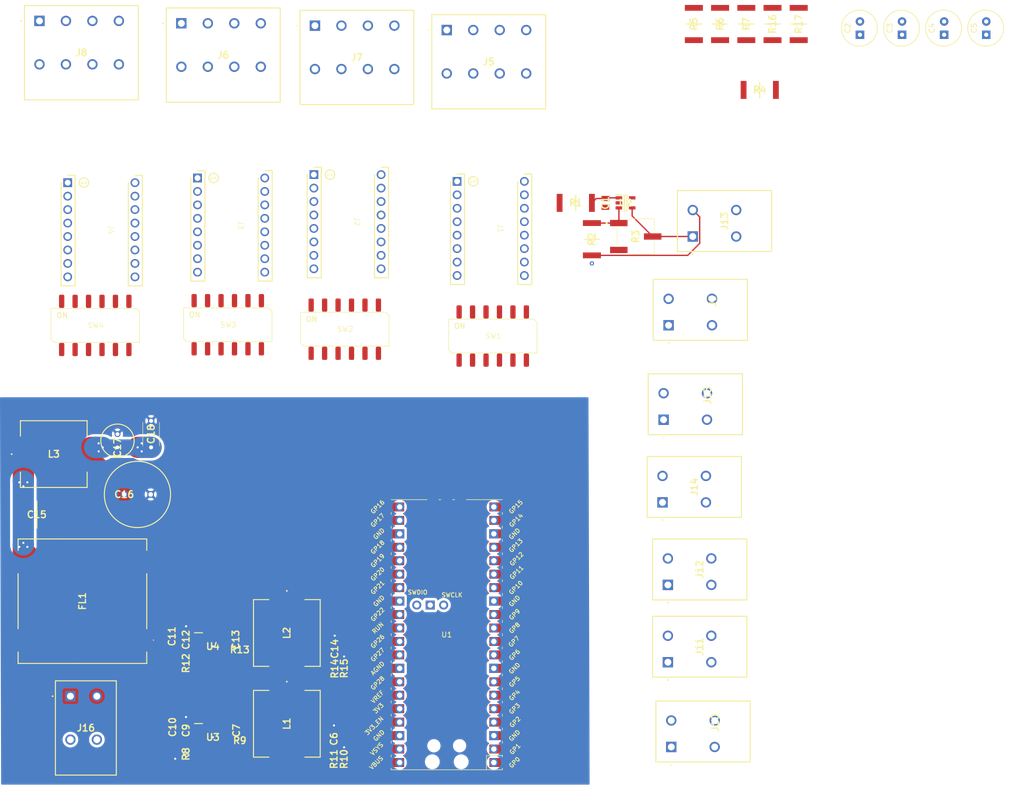
<source format=kicad_pcb>
(kicad_pcb (version 20221018) (generator pcbnew)
  (layers (0 "F.Cu" signal) (31 "B.Cu" power) (34 "B.Paste" user) (35 "F.Paste" user) (36 "B.SilkS" user "B.Silkscreen") (37 "F.SilkS" user "F.Silkscreen") (38 "B.Mask" user) (39 "F.Mask" user) (44 "Edge.Cuts" user))
  (net 0 "")
  (net 1 "Net-(U2-IN+)")
  (net 2 "GND")
  (net 3 "+48V")
  (net 4 "/X_LIM")
  (net 5 "/Y0_LIM")
  (net 6 "/Z_LIM")
  (net 7 "/Y1_LIM")
  (net 8 "Net-(J13-Pin_1)")
  (net 9 "/CYCLE_START")
  (net 10 "/FEED_HOLD")
  (net 11 "/SPINDLE_PWM")
  (net 12 "+3.3V")
  (net 13 "+12V")
  (net 14 "Net-(U3-GND)")
  (net 15 "Net-(U3-FB)")
  (net 16 "Net-(U3-PG)")
  (net 17 "Net-(U3-BOOT)")
  (net 18 "Net-(U3-SW)")
  (net 19 "Net-(U4-GND)")
  (net 20 "Net-(U4-FB)")
  (net 21 "Net-(U4-PG)")
  (net 22 "Net-(U4-BOOT)")
  (net 23 "Net-(U4-SW)")
  (net 24 "/STEP_ENBL")
  (net 25 "Net-(J1-Pin_2)")
  (net 26 "Net-(J1-Pin_3)")
  (net 27 "Net-(J1-Pin_4)")
  (net 28 "Net-(J1-Pin_5)")
  (net 29 "Net-(J1-Pin_6)")
  (net 30 "/X_STEP")
  (net 31 "/X_DIR")
  (net 32 "Net-(J1-Pin_10)")
  (net 33 "Net-(J2-Pin_2)")
  (net 34 "Net-(J2-Pin_3)")
  (net 35 "Net-(J2-Pin_4)")
  (net 36 "Net-(J2-Pin_5)")
  (net 37 "Net-(J2-Pin_6)")
  (net 38 "/Y0_STEP")
  (net 39 "/Y0_DIR")
  (net 40 "Net-(J2-Pin_10)")
  (net 41 "Net-(J3-Pin_2)")
  (net 42 "Net-(J3-Pin_3)")
  (net 43 "Net-(J3-Pin_4)")
  (net 44 "Net-(J3-Pin_5)")
  (net 45 "Net-(J3-Pin_6)")
  (net 46 "/Z_STEP")
  (net 47 "/Z_DIR")
  (net 48 "Net-(J3-Pin_10)")
  (net 49 "Net-(J4-Pin_2)")
  (net 50 "Net-(J4-Pin_3)")
  (net 51 "Net-(J4-Pin_4)")
  (net 52 "Net-(J4-Pin_5)")
  (net 53 "Net-(J4-Pin_6)")
  (net 54 "/Y1_STEP")
  (net 55 "/Y1_DIR")
  (net 56 "Net-(J4-Pin_10)")
  (net 57 "/COOL")
  (net 58 "/UART_RX")
  (net 62 "/SD_SCK")
  (net 63 "/SD_MOSI")
  (net 64 "/SD_MISO")
  (net 65 "/SD_CS")
  (net 69 "/RESET")
  (net 71 "/SPINDLE_ENBL")
  (net 72 "/SPINDLE_DIR")
  (net 74 "/PROBE")
  (net 79 "/Power Delivery/VIN")
  (net 83 "Net-(U2-OUT)")
  (net 84 "+5V")
  (net 85 "/Stepper Motor Drivers/X_B+")
  (net 86 "/Stepper Motor Drivers/X_B-")
  (net 87 "/Stepper Motor Drivers/X_A-")
  (net 88 "/Stepper Motor Drivers/X_A+")
  (net 89 "/Stepper Motor Drivers/Y0_B+")
  (net 90 "/Stepper Motor Drivers/Y0_B-")
  (net 91 "/Stepper Motor Drivers/Y0_A-")
  (net 92 "/Stepper Motor Drivers/Y0_A+")
  (net 93 "/Stepper Motor Drivers/Z_A+")
  (net 94 "/Stepper Motor Drivers/Z_A-")
  (net 95 "/Stepper Motor Drivers/Z_B-")
  (net 96 "/Stepper Motor Drivers/Z_B+")
  (net 97 "/Stepper Motor Drivers/Y1_B+")
  (net 98 "/Stepper Motor Drivers/Y1_B-")
  (net 99 "/Stepper Motor Drivers/Y1_A-")
  (net 100 "/Stepper Motor Drivers/Y1_A+")
  (net 101 "Net-(C15-Pad1)")
  (footprint "SamacSys_Parts:RESC6432X65N" (layer "F.Cu") (at 138.307 67.185 90)
    (fp_text reference "R6")
    (fp_text value "4.7k" hide)
  )
  (footprint "simiacorelibrary:MAL203859101E3" (layer "F.Cu") (at 188.567 67.965 90)
    (fp_text reference "C5")
    (fp_text value "100uF")
  )
  (footprint "SamacSys_Parts:1190297" (layer "F.Cu") (at 127.436 157.527 90)
    (fp_text reference "J14")
    (fp_text value "CYCLE_START_PORT" hide)
  )
  (footprint "SamacSys_Parts:CAPC1005X55N" (layer "F.Cu") (at 46.9725 200.599 90)
    (fp_text reference "C7")
    (fp_text value "100nF" hide)
  )
  (footprint "simiacorelibrary:MAL203859101E3" (layer "F.Cu") (at 180.617 67.965 90)
    (fp_text reference "C4")
    (fp_text value "100uF")
  )
  (footprint "SamacSys_Parts:RESC2012X60N" (layer "F.Cu") (at 65.532 188.915 -90)
    (fp_text reference "R14")
    (fp_text value "110k" hide)
  )
  (footprint "SamacSys_Parts:RESC6432X65N" (layer "F.Cu") (at 143.257 67.185 90)
    (fp_text reference "R7")
    (fp_text value "4.7k" hide)
  )
  (footprint "SamacSys_Parts:CAPC2012X145N" (layer "F.Cu") (at 116.641 100.965 -90)
    (fp_text reference "C1")
    (fp_text value "10uF" hide)
  )
  (footprint "SamacSys_Parts:1190297" (layer "F.Cu") (at 127.635 141.906 90)
    (fp_text reference "J15")
    (fp_text value "FEED_HOLD_PORT" hide)
  )
  (footprint "simiacorelibrary:CFS-0600TB" (layer "F.Cu") (at 45.339 123.974)
    (fp_text reference "SW3")
    (fp_text value "LOGIC_TOGGLE")
  )
  (footprint "SamacSys_Parts:SOT95P275X110-5N" (layer "F.Cu") (at 120.451 100.965)
    (fp_text reference "U2")
    (fp_text value "NCS20231SN2T1G" hide)
  )
  (footprint "SamacSys_Parts:CAPC2012X145N" (layer "F.Cu") (at 37.4475 200.599 90)
    (fp_text reference "C9")
    (fp_text value "100nF" hide)
  )
  (footprint "SamacSys_Parts:1190297" (layer "F.Cu") (at 15.621 194.122)
    (fp_text reference "J16")
    (fp_text value "48VIN" hide)
  )
  (footprint "simiacorelibrary:16pinStepperDriverHeader" (layer "F.Cu") (at 45.974 105.156 -90)
    (fp_text reference "J3")
    (fp_text value "Z_STEP_DRIVER")
  )
  (footprint "SamacSys_Parts:RDE5C1H103J1K1H03B" (layer "F.Cu") (at 30.861 147.132 90)
    (fp_text reference "C18")
    (fp_text value "330nF" hide)
  )
  (footprint "simiacorelibrary:MAL203859101E3" (layer "F.Cu") (at 164.717 67.965 90)
    (fp_text reference "C2")
    (fp_text value "100uF")
  )
  (footprint "SamacSys_Parts:3361P1502GLF" (layer "F.Cu") (at 122.381 107.315 -90)
    (fp_text reference "R3")
    (fp_text value "5k_TRIM" hide)
  )
  (footprint "SamacSys_Parts:RESC2012X60N" (layer "F.Cu") (at 37.4475 187.899 -90)
    (fp_text reference "R12")
    (fp_text value "64.9k" hide)
  )
  (footprint "SamacSys_Parts:PA5141305NLT" (layer "F.Cu") (at 17.891 176.182 90)
    (fp_text reference "FL1")
    (fp_text value "240uH" hide)
  )
  (footprint "simiacorelibrary:CFS-0600TB" (layer "F.Cu") (at 95.377 126.111)
    (fp_text reference "SW1")
    (fp_text value "LOGIC_TOGGLE")
  )
  (footprint "SamacSys_Parts:SRP1265WA4R7M" (layer "F.Cu") (at 56.4975 199.329 -90)
    (fp_text reference "L1")
    (fp_text value "33uH" hide)
  )
  (footprint "SamacSys_Parts:CAPPRD250W50D630H1250" (layer "F.Cu") (at 24.511 147.132 90)
    (fp_text reference "C17")
    (fp_text value "10uF" hide)
  )
  (footprint "SamacSys_Parts:CAPC2012X145N" (layer "F.Cu") (at 65.3875 202.184 90)
    (fp_text reference "C6")
    (fp_text value "47uF" hide)
  )
  (footprint "SamacSys_Parts:SOIC127P600X170-9N" (layer "F.Cu") (at 42.5275 201.869)
    (fp_text reference "U3")
    (fp_text value "LMR38010SDDAR" hide)
  )
  (footprint "SamacSys_Parts:CAPC3216X180N" (layer "F.Cu") (at 34.9075 199.954 90)
    (fp_text reference "C10")
    (fp_text value "3.3uF" hide)
  )
  (footprint "SamacSys_Parts:1190297" (layer "F.Cu") (at 133.151 107.315 90)
    (fp_text reference "J13")
    (fp_text value "SPINDLE_SPEED" hide)
  )
  (footprint "SamacSys_Parts:CAPC2012X145N" (layer "F.Cu") (at 37.4475 183.454 90)
    (fp_text reference "C12")
    (fp_text value "100nF" hide)
  )
  (footprint "SamacSys_Parts:1190297" (layer "F.Cu") (at 129.087 203.708 90)
    (fp_text reference "J10")
    (fp_text value "Y0_LIM_PORT" hide)
  )
  (footprint "simiacorelibrary:MAL203859101E3" (layer "F.Cu") (at 172.667 67.965 90)
    (fp_text reference "C3")
    (fp_text value "100uF")
  )
  (footprint "SamacSys_Parts:RESC6432X65N" (layer "F.Cu") (at 114.101 107.825 -90)
    (fp_text reference "R2")
    (fp_text value "1.5k" hide)
  )
  (footprint "simiacorelibrary:16pinStepperDriverHeader" (layer "F.Cu") (at 94.996 105.791 -90)
    (fp_text reference "J1")
    (fp_text value "X_STEP_DRIVER")
  )
  (footprint "SamacSys_Parts:CAPC1005X55N" (layer "F.Cu") (at 46.8455 183.454 90)
    (fp_text reference "C13")
    (fp_text value "100nF" hide)
  )
  (footprint "SamacSys_Parts:1190299" (layer "F.Cu") (at 61.802 67.492)
    (fp_text reference "J7")
    (fp_text value "Z_STEP" hide)
  )
  (footprint "SamacSys_Parts:CAPC2012X145N" (layer "F.Cu") (at 65.532 185.164 90)
    (fp_text reference "C14")
    (fp_text value "22uF" hide)
  )
  (footprint "SamacSys_Parts:SRP1265WA4R7M" (layer "F.Cu") (at 12.481 148.402)
    (fp_text reference "L3")
    (fp_text value "4.7uH" hide)
  )
  (footprint "SamacSys_Parts:RESC6432X65N" (layer "F.Cu") (at 111.051 100.965)
    (fp_text reference "R1")
    (fp_text value "1.5k" hide)
  )
  (footprint "SamacSys_Parts:CAPC6153X670N" (layer "F.Cu") (at 9.271 159.832)
    (fp_text reference "C15")
    (fp_text value "22uF" hide)
  )
  (footprint "SamacSys_Parts:RESC2012X60N" (layer "F.Cu") (at 37.4475 205.044 -90)
    (fp_text reference "R8")
    (fp_text value "64.9k" hide)
  )
  (footprint "SamacSys_Parts:1190299" (layer "F.Cu") (at 36.576 67.056)
    (fp_text reference "J6")
    (fp_text value "Y0_STEP" hide)
  )
  (footprint "SamacSys_Parts:RESC2012X60N" (layer "F.Cu") (at 65.3875 205.994 -90)
    (fp_text reference "R11")
    (fp_text value "40.2k" hide)
  )
  (footprint "SamacSys_Parts:1190297" (layer "F.Cu") (at 128.579 124.079 90)
    (fp_text reference "J9")
    (fp_text value "X_LIM_PORT" hide)
  )
  (footprint "SamacSys_Parts:RESC6432X65N" (layer "F.Cu") (at 145.794 79.629)
    (fp_text reference "R4")
    (fp_text value "4.7k" hide)
  )
  (footprint "RPi_Pico:RPi_PicoW_SMD_TH" (layer "F.Cu") (at 86.6901 182.511 180)
    (fp_text reference "U1")
    (fp_text value "PicoW")
  )
  (footprint "SamacSys_Parts:1190297" (layer "F.Cu") (at 128.452 187.706 90)
    (fp_text reference "J11")
    (fp_text value "Z_LIM_PORT" hide)
  )
  (footprint "simiacorelibrary:16pinStepperDriverHeader" (layer "F.Cu") (at 67.945 104.521 -90)
    (fp_text reference "J2")
    (fp_text value "Y0_STEP_DRIVER")
  )
  (footprint "simiacorelibrary:CFS-0600TB" (layer "F.Cu") (at 20.32 124.101)
    (fp_text reference "SW4")
    (fp_text value "LOGIC_TOGGLE")
  )
  (footprint "simiacorelibrary:CFS-0600TB" (layer "F.Cu") (at 67.437 124.819)
    (fp_text reference "SW2")
    (fp_text value "LOGIC_TOGGLE")
  )
  (footprint "SamacSys_Parts:1190299" (layer "F.Cu") (at 9.779 66.603)
    (fp_text reference "J8")
    (fp_text value "Y1_STEP" hide)
  )
  (footprint "SamacSys_Parts:RESC6432X65N" (layer "F.Cu") (at 133.357 67.185 90)
    (fp_text reference "R5")
    (fp_text value "4.7k" hide)
  )
  (footprint "SamacSys_Parts:1190299" (layer "F.Cu") (at 86.694 68.326)
    (fp_text reference "J5")
    (fp_text value "X_STEP" hide)
  )
  (footprint "SamacSys_Parts:RESC6432X65N" (layer "F.Cu") (at 153.157 67.185 90)
    (fp_text reference "R17")
    (fp_text value "4.7k" hide)
  )
  (footprint "SamacSys_Parts:RESC1005X35N" (layer "F.Cu") (at 67.2925 205.994 90)
    (fp_text reference "R10")
    (fp_text value "10k" hide)
  )
  (footprint "SamacSys_Parts:ERJ2RKD1004X" (layer "F.Cu") (at 47.6075 185.359)
    (fp_text reference "R13")
    (fp_text value "100k" hide)
  )
  (footprint "SamacSys_Parts:RESC1005X35N" (layer "F.Cu") (at 67.31 188.873 90)
    (fp_text reference "R15")
    (fp_text value "10k" hide)
  )
  (footprint "SamacSys_Parts:SRP1265WA4R7M" (layer "F.Cu") (at 56.4975 182.184 -90)
    (fp_text reference "L2")
    (fp_text value "68uH" hide)
  )
  (footprint "SamacSys_Parts:ERJ2RKD1004X" (layer "F.Cu") (at 47.6075 202.504)
    (fp_text reference "R9")
    (fp_text value "100k" hide)
  )
  (footprint "SamacSys_Parts:CAPPRD500W65D1250H2700" (layer "F.Cu") (at 25.781 156.022)
    (fp_text reference "C16")
    (fp_text value "330uF" hide)
  )
  (footprint "SamacSys_Parts:CAPC3216X180N" (layer "F.Cu") (at 34.798 182.819 90)
    (fp_text reference "C11")
    (fp_text value "3.3uF" hide)
  )
  (footprint "SamacSys_Parts:RESC6432X65N" (layer "F.Cu") (at 148.207 67.185 90)
    (fp_text reference "R16")
    (fp_text value "4.7k" hide)
  )
  (footprint "SamacSys_Parts:1190297" (layer "F.Cu") (at 128.452 173.106 90)
    (fp_text reference "J12")
    (fp_text value "Y1_LIM_PORT" hide)
  )
  (footprint "SamacSys_Parts:SOIC127P600X170-9N" (layer "F.Cu") (at 42.5275 184.724)
    (fp_text reference "U4")
    (fp_text value "LMR38010SDDAR" hide)
  )
  (footprint "simiacorelibrary:16pinStepperDriverHeader" (layer "F.Cu") (at 21.463 106.045 -90)
    (fp_text reference "J4")
    (fp_text value "Y1_STEP_DRIVER")
  )
  (via (at 114.101 112.395) (size 0.8) (drill 0.4) (layers "F.Cu" "B.Cu") (net 0))
  (segment (start 119.181 104.775) (end 114.101 104.775) (width 0.25) (layer "F.Cu") (net 1))
  (segment (start 119.201 101.915) (end 119.201 104.755) (width 0.25) (layer "F.Cu") (net 1))
  (segment (start 119.201 104.755) (end 119.181 104.775) (width 0.25) (layer "F.Cu") (net 1))
  (segment (start 119.181 104.775) (end 120.451 104.775) (width 0.25) (layer "F.Cu") (net 1))
  (segment (start 67.31 203.774) (end 67.31 205.4265) (width 0.4) (layer "F.Cu") (net 2))
  (segment (start 42.5275 182.924) (end 41.7725 182.169) (width 0.4) (layer "F.Cu") (net 2))
  (segment (start 37.465 180.914) (end 37.4475 180.9315) (width 0.4) (layer "F.Cu") (net 2))
  (segment (start 42.5275 200.069) (end 41.6975 199.239) (width 0.4) (layer "F.Cu") (net 2))
  (segment (start 37.9775 199.239) (end 37.4475 199.769) (width 0.4) (layer "F.Cu") (net 2))
  (segment (start 65.532 184.334) (end 65.532 182.692) (width 0.4) (layer "F.Cu") (net 2))
  (segment (start 67.31 205.4265) (end 67.2925 205.444) (width 0.4) (layer "F.Cu") (net 2))
  (segment (start 37.9025 182.169) (end 37.4475 182.624) (width 0.4) (layer "F.Cu") (net 2))
  (segment (start 26.941 185.232) (end 26.941 187.882) (width 4) (layer "F.Cu") (net 2))
  (segment (start 65.3875 201.354) (end 65.3875 199.644) (width 0.4) (layer "F.Cu") (net 2))
  (segment (start 42.545 184.724) (end 42.5275 182.924) (width 0.4) (layer "F.Cu") (net 2))
  (segment (start 26.941 168.832) (end 23.351 168.832) (width 0.25) (layer "F.Cu") (net 2))
  (segment (start 20.621 194.122) (end 20.701 194.122) (width 0.25) (layer "F.Cu") (net 2))
  (segment (start 42.5275 201.869) (end 42.5275 200.069) (width 0.4) (layer "F.Cu") (net 2))
  (segment (start 27.051 183.642) (end 26.941 183.532) (width 0.25) (layer "F.Cu") (net 2))
  (segment (start 41.6975 199.239) (end 37.9775 199.239) (width 0.4) (layer "F.Cu") (net 2))
  (segment (start 35.4155 205.933) (end 35.4765 205.994) (width 0.25) (layer "F.Cu") (net 2))
  (segment (start 35.4765 205.994) (end 37.4475 205.994) (width 0.25) (layer "F.Cu") (net 2))
  (segment (start 134.451 103.615) (end 134.451 108.615) (width 0.25) (layer "F.Cu") (net 2))
  (segment (start 26.941 187.882) (end 20.701 194.122) (width 4) (layer "F.Cu") (net 2))
  (segment (start 134.451 108.615) (end 132.191 110.875) (width 0.25) (layer "F.Cu") (net 2))
  (segment (start 133.151 102.315) (end 134.451 103.615) (width 0.25) (layer "F.Cu") (net 2))
  (segment (start 13.081 159.832) (end 17.941 159.832) (width 4) (layer "F.Cu") (net 2))
  (segment (start 67.31 188.323) (end 67.31 186.629) (width 0.4) (layer "F.Cu") (net 2))
  (segment (start 37.4475 198.059) (end 37.4475 199.769) (width 0.4) (layer "F.Cu") (net 2))
  (segment (start 42.5275 184.724) (end 42.545 184.724) (width 0.4) (layer "F.Cu") (net 2))
  (segment (start 41.7725 182.169) (end 37.9025 182.169) (width 0.4) (layer "F.Cu") (net 2))
  (segment (start 17.941 159.832) (end 26.941 168.832) (width 4) (layer "F.Cu") (net 2))
  (segment (start 132.191 110.875) (end 114.101 110.875) (width 0.25) (layer "F.Cu") (net 2))
  (segment (start 37.4475 180.9315) (end 37.4475 182.624) (width 0.4) (layer "F.Cu") (net 2))
  (via (at 133.151 102.235) (size 0.8) (drill 0.4) (layers "F.Cu" "B.Cu") (net 2))
  (via (at 65.532 182.692) (size 0.8) (drill 0.4) (layers "F.Cu" "B.Cu") (net 2))
  (via (at 67.31 203.774) (size 0.8) (drill 0.4) (layers "F.Cu" "B.Cu") (net 2))
  (via (at 42.5275 201.869) (size 0.8) (drill 0.4) (layers "F.Cu" "B.Cu") (net 2))
  (via (at 35.4155 205.933) (size 0.8) (drill 0.4) (layers "F.Cu" "B.Cu") (net 2))
  (via (at 37.465 180.914) (size 0.8) (drill 0.4) (layers "F.Cu" "B.Cu") (net 2))
  (via (at 42.545 184.724) (size 0.8) (drill 0.4) (layers "F.Cu" "B.Cu") (net 2))
  (via (at 67.31 186.629) (size 0.8) (drill 0.4) (layers "F.Cu" "B.Cu") (net 2))
  (via (at 37.4475 198.059) (size 0.8) (drill 0.4) (layers "F.Cu" "B.Cu") (net 2))
  (via (at 65.3875 199.644) (size 0.8) (drill 0.4) (layers "F.Cu" "B.Cu") (net 2))
  (segment (start 20.701 147.132) (end 24.511 147.132) (width 2.8) (layer "F.Cu") (net 3))
  (segment (start 28.321 147.132) (end 30.861 147.132) (width 4) (layer "F.Cu") (net 3))
  (segment (start 19.501 149.672) (end 25.781 155.952) (width 4) (layer "F.Cu") (net 3))
  (segment (start 30.861 147.132) (end 30.861 148.032) (width 0.25) (layer "F.Cu") (net 3))
  (segment (start 33.7275 202.414) (end 37.4475 202.414) (width 0.4) (layer "F.Cu") (net 3))
  (segment (start 37.4475 202.414) (end 39.7255 202.414) (width 0.4) (layer "F.Cu") (net 3))
  (segment (start 39.8155 201.234) (end 39.8155 202.504) (width 0.4) (layer "F.Cu") (net 3))
  (segment (start 37.4475 201.429) (end 37.4475 202.414) (width 0.4) (layer "F.Cu") (net 3))
  (segment (start 24.511 147.132) (end 28.321 147.132) (width 2.8) (layer "F.Cu") (net 3))
  (segment (start 19.431 149.672) (end 19.501 149.672) (width 4) (layer "F.Cu") (net 3))
  (segment (start 39.8155 185.359) (end 37.4475 185.359) (width 0.4) (layer "F.Cu") (net 3))
  (segment (start 37.4475 184.284) (end 37.4475 185.359) (width 0.4) (layer "F.Cu") (net 3))
  (segment (start 25.781 155.952) (end 25.781 156.022) (width 2) (layer "F.Cu") (net 3))
  (segment (start 37.4475 185.359) (end 35.5425 185.359) (width 0.4) (layer "F.Cu") (net 3))
  (segment (start 39.7255 202.414) (end 39.8155 202.504) (width 0.25) (layer "F.Cu") (net 3))
  (segment (start 37.6425 184.089) (end 37.4475 184.284) (width 0.25) (layer "F.Cu") (net 3))
  (segment (start 18.231 148.402) (end 19.501 147.132) (width 2) (layer "F.Cu") (net 3))
  (segment (start 19.501 147.132) (end 20.701 147.132) (width 4) (layer "F.Cu") (net 3))
  (segment (start 39.8155 185.359) (end 39.8155 184.089) (width 0.4) (layer "F.Cu") (net 3))
  (via (at 29.083 146.37) (size 0.8) (drill 0.4) (layers "F.Cu" "B.Cu") (net 3))
  (via (at 20.955 147.894) (size 0.8) (drill 0.4) (layers "F.Cu" "B.Cu") (net 3))
  (via (at 28.321 147.132) (size 0.8) (drill 0.4) (layers "F.Cu" "B.Cu") (net 3))
  (via (at 20.955 146.37) (size 0.8) (drill 0.4) (layers "F.Cu" "B.Cu") (net 3))
  (via (at 29.083 147.894) (size 0.8) (drill 0.4) (layers "F.Cu" "B.Cu") (net 3))
  (via (at 21.717 147.132) (size 0.8) (drill 0.4) (layers "F.Cu" "B.Cu") (net 3))
  (segment (start 21.717 147.132) (end 20.193 147.132) (width 4) (layer "B.Cu") (net 3))
  (segment (start 29.083 147.132) (end 21.717 147.132) (width 3) (layer "B.Cu") (net 3))
  (segment (start 30.861 147.132) (end 29.083 147.132) (width 4) (layer "B.Cu") (net 3))
  (segment (start 121.701 101.915) (end 121.701 103.435) (width 0.25) (layer "F.Cu") (net 8))
  (segment (start 121.701 103.435) (end 125.581 107.315) (width 0.25) (layer "F.Cu") (net 8))
  (segment (start 125.581 107.315) (end 133.151 107.315) (width 0.25) (layer "F.Cu") (net 8))
  (segment (start 48.1195 185.359) (end 48.1195 186.887) (width 0.4) (layer "F.Cu") (net 13))
  (segment (start 59.309 189.042) (end 62.992 189.042) (width 0.4) (layer "F.Cu") (net 13))
  (segment (start 63.373 186.502) (end 63.881 185.994) (width 0.4) (layer "F.Cu") (net 13))
  (segment (start 65.532 185.994) (end 65.532 187.965) (width 0.4) (layer "F.Cu") (net 13))
  (segment (start 63.881 185.994) (end 65.532 185.994) (width 0.4) (layer "F.Cu") (net 13))
  (segment (start 62.992 189.042) (end 63.373 188.661) (width 0.4) (layer "F.Cu") (net 13))
  (segment (start 58.201 187.934) (end 59.309 189.042) (width 0.3) (layer "F.Cu") (net 13))
  (segment (start 48.1195 186.887) (end 50.1475 188.915) (width 0.4) (layer "F.Cu") (net 13))
  (segment (start 50.1475 188.915) (end 55.5165 188.915) (width 0.4) (layer "F.Cu") (net 13))
  (segment (start 63.373 188.661) (end 63.373 186.502) (width 0.4) (layer "F.Cu") (net 13))
  (segment (start 55.5165 188.915) (end 56.4975 187.934) (width 0.3) (layer "F.Cu") (net 13))
  (segment (start 56.4975 187.934) (end 58.201 187.934) (width 0.3) (layer "F.Cu") (net 13))
  (segment (start 40.903 203.4935) (end 40.6225 203.774) (width 0.4) (layer "F.Cu") (net 14))
  (segment (start 37.7675 203.774) (end 37.4475 204.094) (width 0.25) (layer "F.Cu") (net 14))
  (segment (start 39.8155 203.774) (end 37.7675 203.774) (width 0.4) (layer "F.Cu") (net 14))
  (segment (start 40.903 200.4995) (end 40.928 200.5245) (width 0.3) (layer "F.Cu") (net 14))
  (segment (start 39.8155 199.964) (end 40.3675 199.964) (width 0.25) (layer "F.Cu") (net 14))
  (segment (start 40.6225 203.774) (end 39.8155 203.774) (width 0.4) (layer "F.Cu") (net 14))
  (segment (start 40.953 200.5245) (end 40.953 203.4685) (width 0.3) (layer "F.Cu") (net 14))
  (segment (start 40.3675 199.964) (end 40.903 200.4995) (width 0.4) (layer "F.Cu") (net 14))
  (segment (start 65.1025 207.229) (end 48.6945 207.229) (width 0.4) (layer "F.Cu") (net 15))
  (segment (start 65.532 189.865) (end 66.868 189.865) (width 0.4) (layer "F.Cu") (net 15))
  (segment (start 66.868 189.865) (end 67.31 189.423) (width 0.4) (layer "F.Cu") (net 15))
  (segment (start 66.8875 206.949) (end 65.3925 206.949) (width 0.4) (layer "F.Cu") (net 15))
  (segment (start 67.2925 206.544) (end 66.8875 206.949) (width 0.4) (layer "F.Cu") (net 15))
  (segment (start 48.6945 207.229) (end 45.2395 203.774) (width 0.4) (layer "F.Cu") (net 15))
  (segment (start 65.3875 206.944) (end 65.1025 207.229) (width 0.4) (layer "F.Cu") (net 15))
  (segment (start 65.3925 206.949) (end 65.3875 206.944) (width 0.4) (layer "F.Cu") (net 15))
  (segment (start 45.2395 202.504) (end 47.0955 202.504) (width 0.4) (layer "F.Cu") (net 16))
  (segment (start 45.4145 201.059) (end 46.9725 201.059) (width 0.3) (layer "F.Cu") (net 17))
  (segment (start 45.2395 201.234) (end 45.4145 201.059) (width 0.3) (layer "F.Cu") (net 17))
  (segment (start 49.6395 192.725) (end 49.8935 192.471) (width 0.4) (layer "F.Cu") (net 18))
  (segment (start 46.7975 199.964) (end 46.9725 200.139) (width 0.3) (layer "F.Cu") (net 18))
  (segment (start 46.9725 200.139) (end 49.6395 197.472) (width 0.4) (layer "F.Cu") (net 18))
  (segment (start 55.3895 192.471) (end 56.4975 193.579) (width 0.4) (layer "F.Cu") (net 18))
  (segment (start 45.2395 199.964) (end 46.7975 199.964) (width 0.3) (layer "F.Cu") (net 18))
  (segment (start 49.8935 192.471) (end 55.3895 192.471) (width 0.4) (layer "F.Cu") (net 18))
  (segment (start 49.6395 197.472) (end 49.6395 192.725) (width 0.4) (layer "F.Cu") (net 18))
  (segment (start 40.928 186.3235) (end 40.6225 186.629) (width 0.3) (layer "F.Cu") (net 19))
  (segment (start 40.953 183.3795) (end 40.953 186.3235) (width 0.3) (layer "F.Cu") (net 19))
  (segment (start 40.3675 182.819) (end 40.928 183.3795) (width 0.3) (layer "F.Cu") (net 19))
  (segment (start 37.7675 186.629) (end 37.4475 186.949) (width 0.4) (layer "F.Cu") (net 19))
  (segment (start 39.8155 186.629) (end 37.7675 186.629) (width 0.4) (layer "F.Cu") (net 19))
  (segment (start 39.8155 182.819) (end 40.3675 182.819) (width 0.3) (layer "F.Cu") (net 19))
  (segment (start 40.6225 186.629) (end 39.8155 186.629) (width 0.3) (layer "F.Cu") (net 19))
  (segment (start 45.2395 185.359) (end 47.0955 185.359) (width 0.4) (layer "F.Cu") (net 21))
  (segment (start 45.2395 184.089) (end 46.7975 184.089) (width 0.4) (layer "F.Cu") (net 22))
  (segment (start 46.7975 184.089) (end 46.8455 184.041) (width 0.25) (layer "F.Cu") (net 22))
  (segment (start 46.885 182.994) (end 49.7665 180.1125) (width 0.4) (layer "F.Cu") (net 23))
  (segment (start 46.8455 182.994) (end 46.885 182.994) (width 0.3) (layer "F.Cu") (net 23))
  (segment (start 49.7665 175.58) (end 50.0205 175.326) (width 0.4) (layer "F.Cu") (net 23))
  (segment (start 46.6705 182.819) (end 46.8455 182.994) (width 0.3) (layer "F.Cu") (net 23))
  (segment (start 55.3895 175.326) (end 56.4975 176.434) (width 0.3) (layer "F.Cu") (net 23))
  (segment (start 49.7665 180.1125) (end 49.7665 175.58) (width 0.4) (layer "F.Cu") (net 23))
  (segment (start 45.2395 182.819) (end 46.6705 182.819) (width 0.4) (layer "F.Cu") (net 23))
  (segment (start 50.0205 175.326) (end 55.3895 175.326) (width 0.4) (layer "F.Cu") (net 23))
  (segment (start 8.841 187.342) (end 8.841 185.232) (width 4) (layer "F.Cu") (net 79))
  (segment (start 15.621 194.122) (end 8.841 187.342) (width 4) (layer "F.Cu") (net 79))
  (segment (start 119.201 100.015) (end 116.761 100.015) (width 0.25) (layer "F.Cu") (net 83))
  (segment (start 116.761 100.015) (end 116.641 100.135) (width 0.25) (layer "F.Cu") (net 83))
  (segment (start 114.931 100.135) (end 114.101 100.965) (width 0.25) (layer "F.Cu") (net 83))
  (segment (start 116.641 100.135) (end 114.931 100.135) (width 0.25) (layer "F.Cu") (net 83))
  (segment (start 56.4975 205.079) (end 58.0475 206.629) (width 0.4) (layer "F.Cu") (net 84))
  (segment (start 64.1175 205.425) (end 64.1175 203.393) (width 0.4) (layer "F.Cu") (net 84))
  (segment (start 49.6395 206.187) (end 55.3895 206.187) (width 0.4) (layer "F.Cu") (net 84))
  (segment (start 48.1195 202.504) (end 48.1195 204.667) (width 0.4) (layer "F.Cu") (net 84))
  (segment (start 64.4965 203.014) (end 65.3875 203.014) (width 0.4) (layer "F.Cu") (net 84))
  (segment (start 48.1195 204.667) (end 49.6395 206.187) (width 0.4) (layer "F.Cu") (net 84))
  (segment (start 71.148 202.974) (end 74.815 206.641) (width 0.4) (layer "F.Cu") (net 84))
  (segment (start 58.0475 206.629) (end 62.9135 206.629) (width 0.4) (layer "F.Cu") (net 84))
  (segment (start 55.3895 206.187) (end 56.4975 205.079) (width 0.4) (layer "F.Cu") (net 84))
  (segment (start 62.9135 206.629) (end 64.1175 205.425) (width 0.4) (layer "F.Cu") (net 84))
  (segment (start 64.1175 203.393) (end 64.4965 203.014) (width 0.4) (layer "F.Cu") (net 84))
  (segment (start 65.3875 203.014) (end 65.4275 202.974) (width 0.4) (layer "F.Cu") (net 84))
  (segment (start 74.815 206.641) (end 77.8001 206.641) (width 0.4) (layer "F.Cu") (net 84))
  (segment (start 65.4275 202.974) (end 71.148 202.974) (width 0.4) (layer "F.Cu") (net 84))
  (segment (start 65.3875 203.014) (end 65.3875 205.044) (width 0.4) (layer "F.Cu") (net 84))
  (segment (start 6.741 165.537) (end 6.741 159.832) (width 2.6) (layer "F.Cu") (net 101))
  (segment (start 6.661 148.472) (end 6.731 148.402) (width 0.25) (layer "F.Cu") (net 101))
  (segment (start 6.741 165.537) (end 6.741 166.732) (width 4) (layer "F.Cu") (net 101))
  (segment (start 6.741 153.472) (end 6.741 159.832) (width 2.6) (layer "F.Cu") (net 101))
  (segment (start 6.741 153.472) (end 6.741 148.412) (width 4) (layer "F.Cu") (net 101))
  (segment (start 6.741 166.732) (end 8.841 168.832) (width 4) (layer "F.Cu") (net 101))
  (segment (start 6.741 148.412) (end 6.731 148.402) (width 0.25) (layer "F.Cu") (net 101))
  (via (at 5.969 165.928) (size 0.8) (drill 0.4) (layers "F.Cu" "B.Cu") (net 101))
  (via (at 5.969 153.736) (size 0.8) (drill 0.4) (layers "F.Cu" "B.Cu") (net 101))
  (via (at 6.741 154.488) (size 0.8) (drill 0.4) (layers "F.Cu" "B.Cu") (net 101))
  (via (at 7.493 165.928) (size 0.8) (drill 0.4) (layers "F.Cu" "B.Cu") (net 101))
  (via (at 6.741 165.166) (size 0.8) (drill 0.4) (layers "F.Cu" "B.Cu") (net 101))
  (via (at 7.493 153.736) (size 0.8) (drill 0.4) (layers "F.Cu" "B.Cu") (net 101))
  (segment (start 6.731 153.482) (end 6.731 165.527) (width 4) (layer "B.Cu") (net 101))
  (segment (start 6.741 153.472) (end 6.731 153.482) (width 4) (layer "B.Cu") (net 101))
  (segment (start 6.741 165.537) (end 6.731 165.527) (width 4) (layer "B.Cu") (net 101))
  (zone (net 2) (net_name "GND") (layer "B.Cu") (connect_pads (clearance 0.5)) (min_thickness 0.25) (fill yes (thermal_gap 0.5) (thermal_bridge_width 0.5))
    (polygon (pts (xy 2.326514 137.674473) (xy 2.54 210.82) (xy 113.665 210.82) (xy 113.451514 137.674473)))
  )
)
</source>
